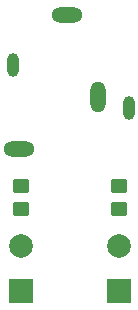
<source format=gbr>
%TF.GenerationSoftware,KiCad,Pcbnew,6.0.2+dfsg-1*%
%TF.CreationDate,2023-07-31T08:36:05-05:00*%
%TF.ProjectId,DrumPCB,4472756d-5043-4422-9e6b-696361645f70,rev?*%
%TF.SameCoordinates,Original*%
%TF.FileFunction,Soldermask,Top*%
%TF.FilePolarity,Negative*%
%FSLAX46Y46*%
G04 Gerber Fmt 4.6, Leading zero omitted, Abs format (unit mm)*
G04 Created by KiCad (PCBNEW 6.0.2+dfsg-1) date 2023-07-31 08:36:05*
%MOMM*%
%LPD*%
G01*
G04 APERTURE LIST*
G04 Aperture macros list*
%AMRoundRect*
0 Rectangle with rounded corners*
0 $1 Rounding radius*
0 $2 $3 $4 $5 $6 $7 $8 $9 X,Y pos of 4 corners*
0 Add a 4 corners polygon primitive as box body*
4,1,4,$2,$3,$4,$5,$6,$7,$8,$9,$2,$3,0*
0 Add four circle primitives for the rounded corners*
1,1,$1+$1,$2,$3*
1,1,$1+$1,$4,$5*
1,1,$1+$1,$6,$7*
1,1,$1+$1,$8,$9*
0 Add four rect primitives between the rounded corners*
20,1,$1+$1,$2,$3,$4,$5,0*
20,1,$1+$1,$4,$5,$6,$7,0*
20,1,$1+$1,$6,$7,$8,$9,0*
20,1,$1+$1,$8,$9,$2,$3,0*%
G04 Aperture macros list end*
%ADD10RoundRect,0.250000X-0.450000X0.350000X-0.450000X-0.350000X0.450000X-0.350000X0.450000X0.350000X0*%
%ADD11O,2.616000X1.308000*%
%ADD12O,1.008000X2.016000*%
%ADD13O,1.308000X2.616000*%
%ADD14C,2.000000*%
%ADD15R,2.000000X2.000000*%
G04 APERTURE END LIST*
D10*
%TO.C,R2*%
X137795000Y-98425000D03*
X137795000Y-100425000D03*
%TD*%
D11*
%TO.C,J2*%
X133437500Y-83980000D03*
D12*
X138637500Y-91880000D03*
D13*
X136037500Y-90880000D03*
D11*
X129337500Y-95280000D03*
D12*
X128837500Y-88180000D03*
%TD*%
D14*
%TO.C,CTR*%
X129540000Y-103505000D03*
%TD*%
%TO.C,RIM*%
X137795000Y-103505000D03*
%TD*%
D15*
%TO.C,GND*%
X129540000Y-107315000D03*
%TD*%
D10*
%TO.C,R1*%
X129540000Y-98425000D03*
X129540000Y-100425000D03*
%TD*%
D15*
%TO.C,GND*%
X137795000Y-107315000D03*
%TD*%
M02*

</source>
